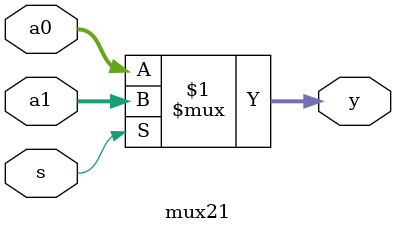
<source format=v>
/* ----- ----- ----- ----- ----- -----
	Design: 2x1 Multiplexer
			By using conditional descripition
 			for digital circuits
 	Filename: mux21.v
	Coder: Vitor Alexandre Garcia Vaz(14611432)
 	Versions: /june_2024/
	----- ----- ----- ----- ----- -----
*/ 
`timescale 1 ns/100 ps

module mux21 
  #(parameter Size=8)
  (output[Size-1:0]y, input s, input [Size-1:0] a1, a0);
	assign y= s? a1:a0;
endmodule
</source>
